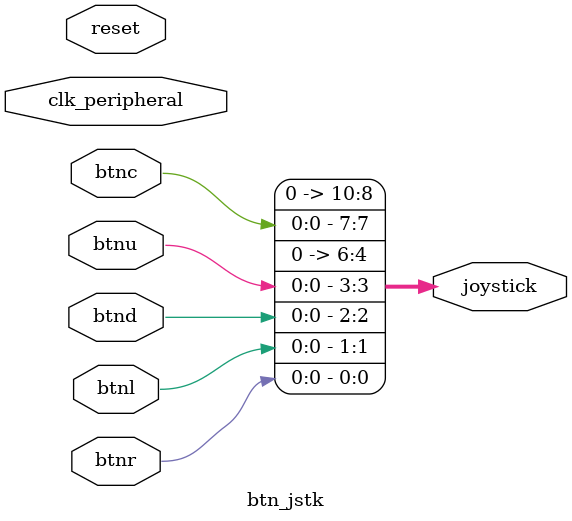
<source format=v>
`timescale 1ns / 1ps


module btn_jstk(
    output [10:0]   joystick,

    input           btnc,
    input           btnu,
    input           btnd,
    input           btnl,
    input           btnr,    
    
(* X_INTERFACE_INFO = "xilinx.com:signal:clock:1.0 clk_peripheral CLK" *)
(* X_INTERFACE_PARAMETER = "ASSOCIATED_RESET reset" *)	
    input 		    clk_peripheral,
    
(* X_INTERFACE_INFO = "xilinx.com:signal:reset:1.0  reset  RST" *)
(* X_INTERFACE_PARAMETER = "POLARITY ACTIVE_HIGH" *)
    input	        reset 
    );
    
    assign joystick = {3'b000, btnc, 3'b000, btnu, btnd, btnl, btnr};
    
endmodule

</source>
